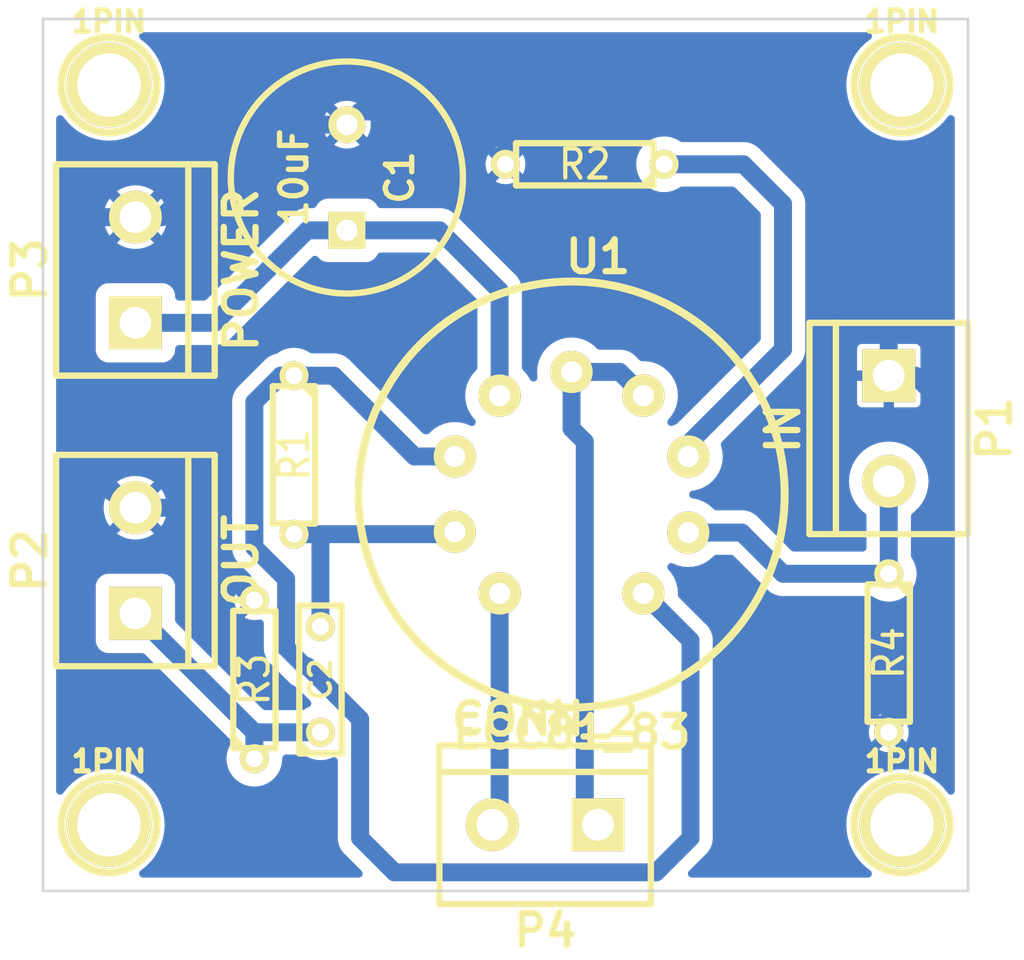
<source format=kicad_pcb>
(kicad_pcb (version 20221018) (generator pcbnew)
  (layers (0 "F.Cu" signal "Composant") (31 "B.Cu" signal "Cuivre") (34 "B.Paste" user "Dessous.Pate") (35 "F.Paste" user "Dessus.Pate") (36 "B.SilkS" user "Dessous.SilkS") (37 "F.SilkS" user "Dessus.SilkS") (38 "B.Mask" user "Dessous.Masque") (39 "F.Mask" user "Dessus.Masque") (44 "Edge.Cuts" user "Contours.Ci"))
  (net 0 "")
  (net 1 "GND")
  (net 2 "N-000001")
  (net 3 "N-000002")
  (net 4 "N-000004")
  (net 5 "N-000005")
  (net 6 "N-000006")
  (net 7 "N-000007")
  (net 8 "N-000008")
  (net 9 "N-000009")
  (footprint "R3" (layer "F.Cu") (at 135.89 111.76 -90)
    (fp_text reference "R1" (at 0 0 270) (layer "F.SilkS") (effects (font (size 1.397 1.27) (thickness 0.2032))))
    (fp_text value "1.5K" hide)
    (fp_line (start -3.81 0) (end -3.302 0) (stroke (width 0.3048)) (layer "F.SilkS"))
    (fp_line (start -3.302 -1.016) (end -3.302 1.016) (stroke (width 0.3048)) (layer "F.SilkS"))
    (fp_line (start -3.302 -0.508) (end -2.794 -1.016) (stroke (width 0.3048)) (layer "F.SilkS"))
    (fp_line (start -3.302 1.016) (end 3.302 1.016) (stroke (width 0.3048)) (layer "F.SilkS"))
    (fp_line (start 3.302 -1.016) (end -3.302 -1.016) (stroke (width 0.3048)) (layer "F.SilkS"))
    (fp_line (start 3.302 0) (end 3.302 -1.016) (stroke (width 0.3048)) (layer "F.SilkS"))
    (fp_line (start 3.302 1.016) (end 3.302 0) (stroke (width 0.3048)) (layer "F.SilkS"))
    (fp_line (start 3.81 0) (end 3.302 0) (stroke (width 0.3048)) (layer "F.SilkS"))
    (pad "1" thru_hole circle (at -3.81 0 270) (size 1.397 1.397) (drill 0.8128) (layers "*.Cu" "*.Mask" "F.SilkS") (net 2 "N-000001"))
    (pad "2" thru_hole circle (at 3.81 0 270) (size 1.397 1.397) (drill 0.8128) (layers "*.Cu" "*.Mask" "F.SilkS") (net 9 "N-000009"))
  )
  (footprint "R3" (layer "F.Cu") (at 149.86 97.79 180)
    (fp_text reference "R2" (at 0 0 180) (layer "F.SilkS") (effects (font (size 1.397 1.27) (thickness 0.2032))))
    (fp_text value "1.5K" hide)
    (fp_line (start -3.81 0) (end -3.302 0) (stroke (width 0.3048)) (layer "F.SilkS"))
    (fp_line (start -3.302 -1.016) (end -3.302 1.016) (stroke (width 0.3048)) (layer "F.SilkS"))
    (fp_line (start -3.302 -0.508) (end -2.794 -1.016) (stroke (width 0.3048)) (layer "F.SilkS"))
    (fp_line (start -3.302 1.016) (end 3.302 1.016) (stroke (width 0.3048)) (layer "F.SilkS"))
    (fp_line (start 3.302 -1.016) (end -3.302 -1.016) (stroke (width 0.3048)) (layer "F.SilkS"))
    (fp_line (start 3.302 0) (end 3.302 -1.016) (stroke (width 0.3048)) (layer "F.SilkS"))
    (fp_line (start 3.302 1.016) (end 3.302 0) (stroke (width 0.3048)) (layer "F.SilkS"))
    (fp_line (start 3.81 0) (end 3.302 0) (stroke (width 0.3048)) (layer "F.SilkS"))
    (pad "1" thru_hole circle (at -3.81 0 180) (size 1.397 1.397) (drill 0.8128) (layers "*.Cu" "*.Mask" "F.SilkS") (net 5 "N-000005"))
    (pad "2" thru_hole circle (at 3.81 0 180) (size 1.397 1.397) (drill 0.8128) (layers "*.Cu" "*.Mask" "F.SilkS") (net 1 "GND"))
  )
  (footprint "R3" (layer "F.Cu") (at 164.465 121.285 -90)
    (fp_text reference "R4" (at 0 0 270) (layer "F.SilkS") (effects (font (size 1.397 1.27) (thickness 0.2032))))
    (fp_text value "47K" hide)
    (fp_line (start -3.81 0) (end -3.302 0) (stroke (width 0.3048)) (layer "F.SilkS"))
    (fp_line (start -3.302 -1.016) (end -3.302 1.016) (stroke (width 0.3048)) (layer "F.SilkS"))
    (fp_line (start -3.302 -0.508) (end -2.794 -1.016) (stroke (width 0.3048)) (layer "F.SilkS"))
    (fp_line (start -3.302 1.016) (end 3.302 1.016) (stroke (width 0.3048)) (layer "F.SilkS"))
    (fp_line (start 3.302 -1.016) (end -3.302 -1.016) (stroke (width 0.3048)) (layer "F.SilkS"))
    (fp_line (start 3.302 0) (end 3.302 -1.016) (stroke (width 0.3048)) (layer "F.SilkS"))
    (fp_line (start 3.302 1.016) (end 3.302 0) (stroke (width 0.3048)) (layer "F.SilkS"))
    (fp_line (start 3.81 0) (end 3.302 0) (stroke (width 0.3048)) (layer "F.SilkS"))
    (pad "1" thru_hole circle (at -3.81 0 270) (size 1.397 1.397) (drill 0.8128) (layers "*.Cu" "*.Mask" "F.SilkS") (net 4 "N-000004"))
    (pad "2" thru_hole circle (at 3.81 0 270) (size 1.397 1.397) (drill 0.8128) (layers "*.Cu" "*.Mask" "F.SilkS") (net 1 "GND"))
  )
  (footprint "R3" (layer "F.Cu") (at 133.985 122.555 90)
    (fp_text reference "R3" (at 0 0 90) (layer "F.SilkS") (effects (font (size 1.397 1.27) (thickness 0.2032))))
    (fp_text value "100K" hide)
    (fp_line (start -3.81 0) (end -3.302 0) (stroke (width 0.3048)) (layer "F.SilkS"))
    (fp_line (start -3.302 -1.016) (end -3.302 1.016) (stroke (width 0.3048)) (layer "F.SilkS"))
    (fp_line (start -3.302 -0.508) (end -2.794 -1.016) (stroke (width 0.3048)) (layer "F.SilkS"))
    (fp_line (start -3.302 1.016) (end 3.302 1.016) (stroke (width 0.3048)) (layer "F.SilkS"))
    (fp_line (start 3.302 -1.016) (end -3.302 -1.016) (stroke (width 0.3048)) (layer "F.SilkS"))
    (fp_line (start 3.302 0) (end 3.302 -1.016) (stroke (width 0.3048)) (layer "F.SilkS"))
    (fp_line (start 3.302 1.016) (end 3.302 0) (stroke (width 0.3048)) (layer "F.SilkS"))
    (fp_line (start 3.81 0) (end 3.302 0) (stroke (width 0.3048)) (layer "F.SilkS"))
    (pad "1" thru_hole circle (at -3.81 0 90) (size 1.397 1.397) (drill 0.8128) (layers "*.Cu" "*.Mask" "F.SilkS") (net 6 "N-000006"))
    (pad "2" thru_hole circle (at 3.81 0 90) (size 1.397 1.397) (drill 0.8128) (layers "*.Cu" "*.Mask" "F.SilkS") (net 1 "GND"))
  )
  (footprint "C2" (layer "F.Cu") (at 137.16 122.555 90)
    (fp_text reference "C2" (at 0 0 90) (layer "F.SilkS") (effects (font (size 1.016 1.016) (thickness 0.2032))))
    (fp_text value "680nF" hide)
    (fp_line (start -3.556 -1.016) (end 3.556 -1.016) (stroke (width 0.3048)) (layer "F.SilkS"))
    (fp_line (start -3.556 -0.508) (end -3.048 -1.016) (stroke (width 0.3048)) (layer "F.SilkS"))
    (fp_line (start -3.556 1.016) (end -3.556 -1.016) (stroke (width 0.3048)) (layer "F.SilkS"))
    (fp_line (start 3.556 -1.016) (end 3.556 1.016) (stroke (width 0.3048)) (layer "F.SilkS"))
    (fp_line (start 3.556 1.016) (end -3.556 1.016) (stroke (width 0.3048)) (layer "F.SilkS"))
    (pad "1" thru_hole circle (at -2.54 0 90) (size 1.397 1.397) (drill 0.8128) (layers "*.Cu" "*.Mask" "F.SilkS") (net 6 "N-000006"))
    (pad "2" thru_hole circle (at 2.54 0 90) (size 1.397 1.397) (drill 0.8128) (layers "*.Cu" "*.Mask" "F.SilkS") (net 9 "N-000009"))
  )
  (footprint "bornier2" (layer "F.Cu") (at 164.465 110.49 -90)
    (fp_text reference "P1" (at 0 -5.08 270) (layer "F.SilkS") (effects (font (size 1.524 1.524) (thickness 0.3048))))
    (fp_text value "IN" (at 0 5.08 270) (layer "F.SilkS") (effects (font (size 1.524 1.524) (thickness 0.3048))))
    (fp_line (start -5.08 -3.81) (end -5.08 3.81) (stroke (width 0.3048)) (layer "F.SilkS"))
    (fp_line (start -5.08 3.81) (end 5.08 3.81) (stroke (width 0.3048)) (layer "F.SilkS"))
    (fp_line (start 5.08 -3.81) (end -5.08 -3.81) (stroke (width 0.3048)) (layer "F.SilkS"))
    (fp_line (start 5.08 2.54) (end -5.08 2.54) (stroke (width 0.3048)) (layer "F.SilkS"))
    (fp_line (start 5.08 3.81) (end 5.08 -3.81) (stroke (width 0.3048)) (layer "F.SilkS"))
    (pad "1" thru_hole rect (at -2.54 0 270) (size 2.54 2.54) (drill 1.524) (layers "*.Cu" "*.Mask" "F.SilkS") (net 1 "GND"))
    (pad "2" thru_hole circle (at 2.54 0 270) (size 2.54 2.54) (drill 1.524) (layers "*.Cu" "*.Mask" "F.SilkS") (net 4 "N-000004"))
  )
  (footprint "bornier2" (layer "F.Cu") (at 128.27 116.84 90)
    (fp_text reference "P2" (at 0 -5.08 90) (layer "F.SilkS") (effects (font (size 1.524 1.524) (thickness 0.3048))))
    (fp_text value "OUT" (at 0 5.08 90) (layer "F.SilkS") (effects (font (size 1.524 1.524) (thickness 0.3048))))
    (fp_line (start -5.08 -3.81) (end -5.08 3.81) (stroke (width 0.3048)) (layer "F.SilkS"))
    (fp_line (start -5.08 3.81) (end 5.08 3.81) (stroke (width 0.3048)) (layer "F.SilkS"))
    (fp_line (start 5.08 -3.81) (end -5.08 -3.81) (stroke (width 0.3048)) (layer "F.SilkS"))
    (fp_line (start 5.08 2.54) (end -5.08 2.54) (stroke (width 0.3048)) (layer "F.SilkS"))
    (fp_line (start 5.08 3.81) (end 5.08 -3.81) (stroke (width 0.3048)) (layer "F.SilkS"))
    (pad "1" thru_hole rect (at -2.54 0 90) (size 2.54 2.54) (drill 1.524) (layers "*.Cu" "*.Mask" "F.SilkS") (net 6 "N-000006"))
    (pad "2" thru_hole circle (at 2.54 0 90) (size 2.54 2.54) (drill 1.524) (layers "*.Cu" "*.Mask" "F.SilkS") (net 1 "GND"))
  )
  (footprint "bornier2" (layer "F.Cu") (at 128.27 102.87 90)
    (fp_text reference "P3" (at 0 -5.08 90) (layer "F.SilkS") (effects (font (size 1.524 1.524) (thickness 0.3048))))
    (fp_text value "POWER" (at 0 5.08 90) (layer "F.SilkS") (effects (font (size 1.524 1.524) (thickness 0.3048))))
    (fp_line (start -5.08 -3.81) (end -5.08 3.81) (stroke (width 0.3048)) (layer "F.SilkS"))
    (fp_line (start -5.08 3.81) (end 5.08 3.81) (stroke (width 0.3048)) (layer "F.SilkS"))
    (fp_line (start 5.08 -3.81) (end -5.08 -3.81) (stroke (width 0.3048)) (layer "F.SilkS"))
    (fp_line (start 5.08 2.54) (end -5.08 2.54) (stroke (width 0.3048)) (layer "F.SilkS"))
    (fp_line (start 5.08 3.81) (end 5.08 -3.81) (stroke (width 0.3048)) (layer "F.SilkS"))
    (pad "1" thru_hole rect (at -2.54 0 90) (size 2.54 2.54) (drill 1.524) (layers "*.Cu" "*.Mask" "F.SilkS") (net 8 "N-000008"))
    (pad "2" thru_hole circle (at 2.54 0 90) (size 2.54 2.54) (drill 1.524) (layers "*.Cu" "*.Mask" "F.SilkS") (net 1 "GND"))
  )
  (footprint "C2V10" (layer "F.Cu") (at 138.43 98.425 90)
    (fp_text reference "C1" (at 0 2.54 90) (layer "F.SilkS") (effects (font (size 1.27 1.27) (thickness 0.254))))
    (fp_text value "10uF" (at 0 -2.54 90) (layer "F.SilkS") (effects (font (size 1.27 1.27) (thickness 0.254))))
    (fp_circle (center 0 0) (end 4.826 -2.794) (stroke (width 0.3048)) (fill none) (layer "F.SilkS"))
    (pad "1" thru_hole rect (at -2.54 0 90) (size 1.778 1.778) (drill 1.016) (layers "*.Cu" "*.Mask" "F.SilkS") (net 8 "N-000008"))
    (pad "2" thru_hole circle (at 2.54 0 90) (size 1.778 1.778) (drill 1.016) (layers "*.Cu" "*.Mask" "F.SilkS") (net 1 "GND"))
  )
  (footprint "1pin" (layer "F.Cu") (at 127 93.98)
    (fp_text reference "1PIN" (at 0 -3.048) (layer "F.SilkS") (effects (font (size 1.016 1.016) (thickness 0.254))))
    (fp_text value "P***" hide)
    (fp_circle (center 0 0) (end 0 -2.286) (stroke (width 0.381)) (fill none) (layer "F.SilkS"))
    (pad "1" thru_hole circle (at 0 0) (size 4.064 4.064) (drill 3.048) (layers "*.Cu" "*.Mask" "F.SilkS"))
  )
  (footprint "1pin" (layer "F.Cu") (at 165.1 93.98)
    (fp_text reference "1PIN" (at 0 -3.048) (layer "F.SilkS") (effects (font (size 1.016 1.016) (thickness 0.254))))
    (fp_text value "P***" hide)
    (fp_circle (center 0 0) (end 0 -2.286) (stroke (width 0.381)) (fill none) (layer "F.SilkS"))
    (pad "1" thru_hole circle (at 0 0) (size 4.064 4.064) (drill 3.048) (layers "*.Cu" "*.Mask" "F.SilkS"))
  )
  (footprint "1pin" (layer "F.Cu") (at 165.1 129.54)
    (fp_text reference "1PIN" (at 0 -3.048) (layer "F.SilkS") (effects (font (size 1.016 1.016) (thickness 0.254))))
    (fp_text value "P***" hide)
    (fp_circle (center 0 0) (end 0 -2.286) (stroke (width 0.381)) (fill none) (layer "F.SilkS"))
    (pad "1" thru_hole circle (at 0 0) (size 4.064 4.064) (drill 3.048) (layers "*.Cu" "*.Mask" "F.SilkS"))
  )
  (footprint "1pin" (layer "F.Cu") (at 127 129.54)
    (fp_text reference "1PIN" (at 0 -3.048) (layer "F.SilkS") (effects (font (size 1.016 1.016) (thickness 0.254))))
    (fp_text value "P***" hide)
    (fp_circle (center 0 0) (end 0 -2.286) (stroke (width 0.381)) (fill none) (layer "F.SilkS"))
    (pad "1" thru_hole circle (at 0 0) (size 4.064 4.064) (drill 3.048) (layers "*.Cu" "*.Mask" "F.SilkS"))
  )
  (footprint "bornier2" (layer "F.Cu") (at 147.955 129.54 180)
    (fp_text reference "P4" (at 0 -5.08 180) (layer "F.SilkS") (effects (font (size 1.524 1.524) (thickness 0.3048))))
    (fp_text value "CONN_2" (at 0 5.08 180) (layer "F.SilkS") (effects (font (size 1.524 1.524) (thickness 0.3048))))
    (fp_line (start -5.08 -3.81) (end -5.08 3.81) (stroke (width 0.3048)) (layer "F.SilkS"))
    (fp_line (start -5.08 3.81) (end 5.08 3.81) (stroke (width 0.3048)) (layer "F.SilkS"))
    (fp_line (start 5.08 -3.81) (end -5.08 -3.81) (stroke (width 0.3048)) (layer "F.SilkS"))
    (fp_line (start 5.08 2.54) (end -5.08 2.54) (stroke (width 0.3048)) (layer "F.SilkS"))
    (fp_line (start 5.08 3.81) (end 5.08 -3.81) (stroke (width 0.3048)) (layer "F.SilkS"))
    (pad "1" thru_hole rect (at -2.54 0 180) (size 2.54 2.54) (drill 1.524) (layers "*.Cu" "*.Mask" "F.SilkS") (net 7 "N-000007"))
    (pad "2" thru_hole circle (at 2.54 0 180) (size 2.54 2.54) (drill 1.524) (layers "*.Cu" "*.Mask" "F.SilkS") (net 3 "N-000002"))
  )
  (footprint "ECC-83-1" (layer "F.Cu") (at 149.225 113.665)
    (fp_text reference "U1" (at 1.27 -11.43) (layer "F.SilkS") (effects (font (size 1.524 1.524) (thickness 0.3048))))
    (fp_text value "ECC81_83" (at 0 11.43) (layer "F.SilkS") (effects (font (size 1.524 1.524) (thickness 0.3048))))
    (fp_circle (center 0 0) (end 10.16 1.27) (stroke (width 0.381)) (fill none) (layer "F.SilkS"))
    (pad "1" thru_hole circle (at 3.4544 4.75488) (size 2.032 2.032) (drill 1.016) (layers "*.Cu" "*.Mask" "F.SilkS") (net 2 "N-000001"))
    (pad "2" thru_hole circle (at 5.60832 1.8288) (size 2.032 2.032) (drill 1.016) (layers "*.Cu" "*.Mask" "F.SilkS") (net 4 "N-000004"))
    (pad "3" thru_hole circle (at 5.60832 -1.8288) (size 2.032 2.032) (drill 1.016) (layers "*.Cu" "*.Mask" "F.SilkS") (net 5 "N-000005"))
    (pad "4" thru_hole circle (at 3.4544 -4.75488) (size 2.032 2.032) (drill 1.016) (layers "*.Cu" "*.Mask" "F.SilkS") (net 7 "N-000007"))
    (pad "5" thru_hole circle (at 0 -5.8928) (size 2.032 2.032) (drill 1.016) (layers "*.Cu" "*.Mask" "F.SilkS") (net 7 "N-000007"))
    (pad "6" thru_hole circle (at -3.4544 -4.75488) (size 2.032 2.032) (drill 1.016) (layers "*.Cu" "*.Mask" "F.SilkS") (net 8 "N-000008"))
    (pad "7" thru_hole circle (at -5.60832 -1.8288) (size 2.032 2.032) (drill 1.016) (layers "*.Cu" "*.Mask" "F.SilkS") (net 2 "N-000001"))
    (pad "8" thru_hole circle (at -5.60832 1.78816) (size 2.032 2.032) (drill 1.016) (layers "*.Cu" "*.Mask" "F.SilkS") (net 9 "N-000009"))
    (pad "9" thru_hole circle (at -3.4544 4.75488) (size 2.032 2.032) (drill 1.016) (layers "*.Cu" "*.Mask" "F.SilkS") (net 3 "N-000002"))
  )
  (gr_line (start 123.825 132.715) (end 168.275 132.715) (stroke (width 0.127)) (layer "Edge.Cuts"))
  (gr_line (start 168.275 90.805) (end 168.275 132.715) (stroke (width 0.127)) (layer "Edge.Cuts"))
  (gr_line (start 168.275 90.805) (end 123.825 90.805) (stroke (width 0.127)) (layer "Edge.Cuts"))
  (gr_line (start 123.825 90.805) (end 123.825 132.715) (stroke (width 0.127)) (layer "Edge.Cuts"))
  (segment (start 160.02 95.25) (end 164.465 99.695) (width 0.8636) (layer "B.Cu") (net 1))
  (segment (start 125.73 100.965) (end 125.73 112.60582) (width 0.8636) (layer "B.Cu") (net 1))
  (segment (start 133.985 95.885) (end 138.43 95.885) (width 0.8636) (layer "B.Cu") (net 1))
  (segment (start 128.27 114.3) (end 130.81 114.3) (width 0.8636) (layer "B.Cu") (net 1))
  (segment (start 139.065 95.25) (end 142.24 95.25) (width 0.8636) (layer "B.Cu") (net 1))
  (segment (start 167.005 109.22) (end 167.005 121.92) (width 0.8636) (layer "B.Cu") (net 1))
  (segment (start 164.465 99.695) (end 164.465 107.95) (width 0.8636) (layer "B.Cu") (net 1))
  (segment (start 128.27 114.3) (end 125.73 112.60582) (width 0.8636) (layer "B.Cu") (net 1))
  (segment (start 138.43 95.885) (end 139.065 95.25) (width 0.8636) (layer "B.Cu") (net 1))
  (segment (start 129.54 100.33) (end 133.985 95.885) (width 0.8636) (layer "B.Cu") (net 1))
  (segment (start 165.735 107.95) (end 167.005 109.22) (width 0.8636) (layer "B.Cu") (net 1))
  (segment (start 132.08 115.57) (end 132.08 116.84) (width 0.8636) (layer "B.Cu") (net 1))
  (segment (start 146.05 97.79) (end 146.05 95.25) (width 0.8636) (layer "B.Cu") (net 1))
  (segment (start 164.465 125.095) (end 164.465 124.46) (width 0.8636) (layer "B.Cu") (net 1))
  (segment (start 130.81 114.3) (end 132.08 115.57) (width 0.8636) (layer "B.Cu") (net 1))
  (segment (start 146.05 95.25) (end 148.59 95.25) (width 0.8636) (layer "B.Cu") (net 1))
  (segment (start 164.465 124.46) (end 167.005 121.92) (width 0.8636) (layer "B.Cu") (net 1))
  (segment (start 148.59 95.25) (end 160.02 95.25) (width 0.8636) (layer "B.Cu") (net 1))
  (segment (start 128.27 100.33) (end 126.365 100.33) (width 0.8636) (layer "B.Cu") (net 1))
  (segment (start 132.08 116.84) (end 133.985 118.745) (width 0.8636) (layer "B.Cu") (net 1))
  (segment (start 164.465 107.95) (end 165.735 107.95) (width 0.8636) (layer "B.Cu") (net 1))
  (segment (start 142.24 95.25) (end 146.05 95.25) (width 0.8636) (layer "B.Cu") (net 1))
  (segment (start 126.365 100.33) (end 125.73 100.965) (width 0.8636) (layer "B.Cu") (net 1))
  (segment (start 128.27 100.33) (end 129.54 100.33) (width 0.8636) (layer "B.Cu") (net 1))
  (segment (start 139.065 124.46) (end 139.065 130.175) (width 0.8636) (layer "B.Cu") (net 2))
  (segment (start 141.6812 111.8362) (end 137.795 107.95) (width 0.8636) (layer "B.Cu") (net 2))
  (segment (start 135.255 107.95) (end 133.985 109.22) (width 0.8636) (layer "B.Cu") (net 2))
  (segment (start 136.525 121.92) (end 136.398 121.92) (width 0.8636) (layer "B.Cu") (net 2))
  (segment (start 153.289 131.826) (end 154.94 130.175) (width 0.8636) (layer "B.Cu") (net 2))
  (segment (start 143.61668 111.8362) (end 141.6812 111.8362) (width 0.8636) (layer "B.Cu") (net 2))
  (segment (start 139.065 130.175) (end 140.335 131.445) (width 0.8636) (layer "B.Cu") (net 2))
  (segment (start 154.94 130.175) (end 154.94 121.31548) (width 0.8636) (layer "B.Cu") (net 2))
  (segment (start 135.509 121.031) (end 135.509 117.729) (width 0.8636) (layer "B.Cu") (net 2))
  (segment (start 133.985 109.22) (end 133.985 116.205) (width 0.8636) (layer "B.Cu") (net 2))
  (segment (start 135.509 117.729) (end 133.985 116.205) (width 0.8636) (layer "B.Cu") (net 2))
  (segment (start 135.89 107.95) (end 135.255 107.95) (width 0.8636) (layer "B.Cu") (net 2))
  (segment (start 154.94 120.68048) (end 152.6794 118.41988) (width 0.8636) (layer "B.Cu") (net 2))
  (segment (start 140.716 131.826) (end 153.289 131.826) (width 0.8636) (layer "B.Cu") (net 2))
  (segment (start 140.335 131.445) (end 140.716 131.826) (width 0.8636) (layer "B.Cu") (net 2))
  (segment (start 135.89 107.95) (end 137.795 107.95) (width 0.8636) (layer "B.Cu") (net 2))
  (segment (start 136.398 121.92) (end 135.509 121.031) (width 0.8636) (layer "B.Cu") (net 2))
  (segment (start 154.94 121.31548) (end 154.94 120.68048) (width 0.8636) (layer "B.Cu") (net 2))
  (segment (start 136.525 121.92) (end 139.065 124.46) (width 0.8636) (layer "B.Cu") (net 2))
  (segment (start 154.94 121.31548) (end 154.94 121.31548) (width 0.8636) (layer "B.Cu") (net 2))
  (segment (start 145.7706 118.41988) (end 145.7706 129.1844) (width 0.8636) (layer "B.Cu") (net 3))
  (segment (start 145.7706 129.1844) (end 145.415 129.54) (width 0.8636) (layer "B.Cu") (net 3))
  (segment (start 164.465 117.475) (end 164.465 113.03) (width 0.8636) (layer "B.Cu") (net 4))
  (segment (start 154.83332 115.4938) (end 157.4038 115.4938) (width 0.8636) (layer "B.Cu") (net 4))
  (segment (start 157.4038 115.4938) (end 159.385 117.475) (width 0.8636) (layer "B.Cu") (net 4))
  (segment (start 159.385 117.475) (end 164.465 117.475) (width 0.8636) (layer "B.Cu") (net 4))
  (segment (start 153.67 97.79) (end 157.48 97.79) (width 0.8636) (layer "B.Cu") (net 5))
  (segment (start 154.83332 111.23168) (end 159.385 106.68) (width 0.8636) (layer "B.Cu") (net 5))
  (segment (start 159.385 106.68) (end 159.385 99.695) (width 0.8636) (layer "B.Cu") (net 5))
  (segment (start 154.83332 111.8362) (end 154.83332 111.23168) (width 0.8636) (layer "B.Cu") (net 5))
  (segment (start 157.48 97.79) (end 159.385 99.695) (width 0.8636) (layer "B.Cu") (net 5))
  (segment (start 137.16 125.095) (end 133.985 125.095) (width 0.8636) (layer "B.Cu") (net 6))
  (segment (start 133.985 126.365) (end 133.985 125.095) (width 0.8636) (layer "B.Cu") (net 6))
  (segment (start 133.985 125.095) (end 128.27 119.38) (width 0.8636) (layer "B.Cu") (net 6))
  (segment (start 149.225 107.7722) (end 151.54148 107.7722) (width 0.8636) (layer "B.Cu") (net 7))
  (segment (start 149.86 111.125) (end 149.86 128.905) (width 0.8636) (layer "B.Cu") (net 7))
  (segment (start 149.225 107.7722) (end 149.225 110.49) (width 0.8636) (layer "B.Cu") (net 7))
  (segment (start 149.225 110.49) (end 149.86 111.125) (width 0.8636) (layer "B.Cu") (net 7))
  (segment (start 151.54148 107.7722) (end 152.6794 108.91012) (width 0.8636) (layer "B.Cu") (net 7))
  (segment (start 149.86 128.905) (end 150.495 129.54) (width 0.8636) (layer "B.Cu") (net 7))
  (segment (start 136.525 100.965) (end 135.255 102.235) (width 0.8636) (layer "B.Cu") (net 8))
  (segment (start 138.43 100.965) (end 136.525 100.965) (width 0.8636) (layer "B.Cu") (net 8))
  (segment (start 142.875 100.965) (end 138.43 100.965) (width 0.8636) (layer "B.Cu") (net 8))
  (segment (start 145.7706 103.8606) (end 142.875 100.965) (width 0.8636) (layer "B.Cu") (net 8))
  (segment (start 128.27 105.41) (end 132.08 105.41) (width 0.8636) (layer "B.Cu") (net 8))
  (segment (start 132.08 105.41) (end 135.255 102.235) (width 0.8636) (layer "B.Cu") (net 8))
  (segment (start 145.7706 108.91012) (end 145.7706 103.8606) (width 0.8636) (layer "B.Cu") (net 8))
  (segment (start 135.89 115.57) (end 137.16 115.57) (width 0.8636) (layer "B.Cu") (net 9))
  (segment (start 137.16 120.015) (end 137.16 115.57) (width 0.8636) (layer "B.Cu") (net 9))
  (segment (start 143.49984 115.57) (end 143.61668 115.45316) (width 0.8636) (layer "B.Cu") (net 9))
  (segment (start 137.16 115.57) (end 143.49984 115.57) (width 0.8636) (layer "B.Cu") (net 9))
  (zone (net 1) (net_name "GND") (layer "B.Cu") (connect_pads (clearance 0.635)) (min_thickness 0.381) (fill yes (thermal_gap 0.254) (thermal_bridge_width 0.50038))
    (polygon (pts (xy 167.64 132.08) (xy 167.64 91.44) (xy 124.46 91.44) (xy 124.46 132.08)))
  )
)
</source>
